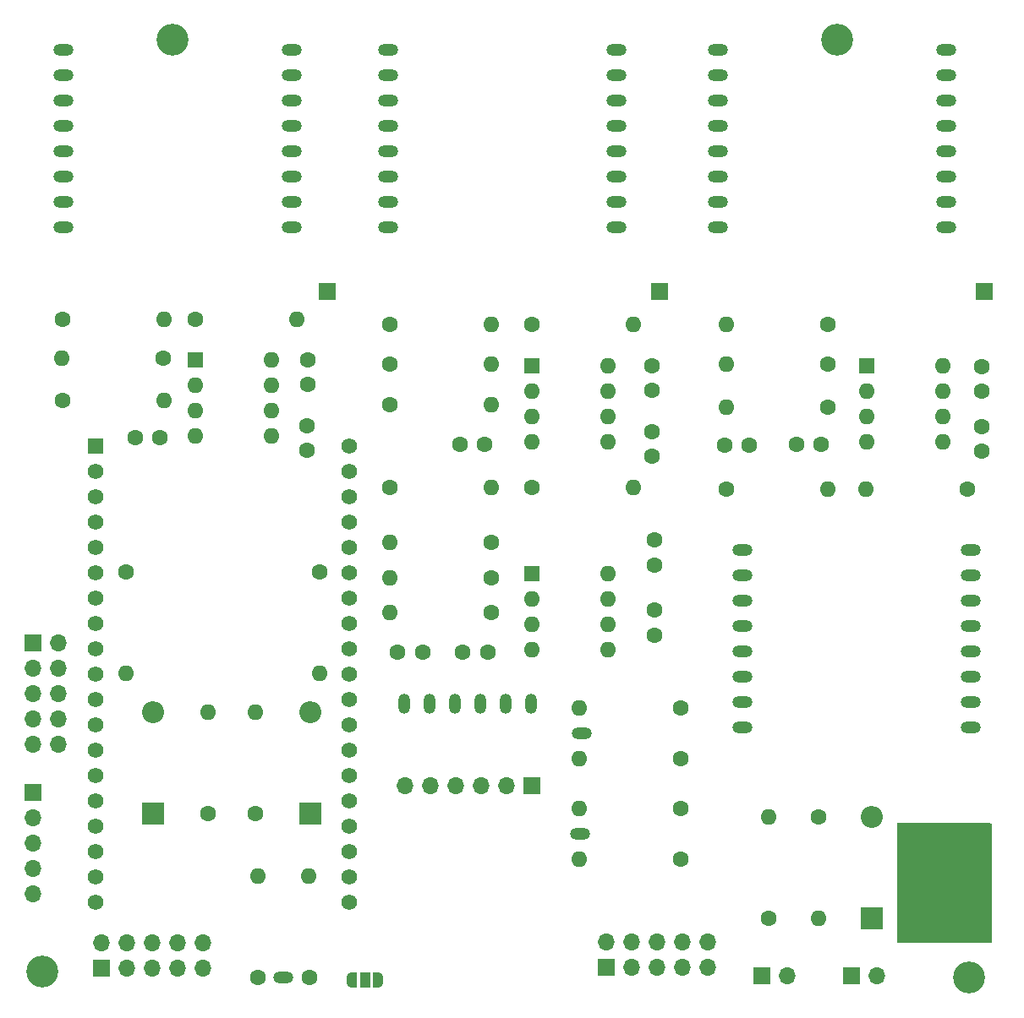
<source format=gbr>
%TF.GenerationSoftware,KiCad,Pcbnew,(6.0.10)*%
%TF.CreationDate,2023-03-06T16:50:03+01:00*%
%TF.ProjectId,Adapterboard,41646170-7465-4726-926f-6172642e6b69,2.3*%
%TF.SameCoordinates,Original*%
%TF.FileFunction,Soldermask,Top*%
%TF.FilePolarity,Negative*%
%FSLAX46Y46*%
G04 Gerber Fmt 4.6, Leading zero omitted, Abs format (unit mm)*
G04 Created by KiCad (PCBNEW (6.0.10)) date 2023-03-06 16:50:03*
%MOMM*%
%LPD*%
G01*
G04 APERTURE LIST*
G04 Aperture macros list*
%AMFreePoly0*
4,1,22,0.550000,-0.750000,0.000000,-0.750000,0.000000,-0.745033,-0.079941,-0.743568,-0.215256,-0.701293,-0.333266,-0.622738,-0.424486,-0.514219,-0.481581,-0.384460,-0.499164,-0.250000,-0.500000,-0.250000,-0.500000,0.250000,-0.499164,0.250000,-0.499963,0.256109,-0.478152,0.396186,-0.417904,0.524511,-0.324060,0.630769,-0.204165,0.706417,-0.067858,0.745374,0.000000,0.744959,0.000000,0.750000,
0.550000,0.750000,0.550000,-0.750000,0.550000,-0.750000,$1*%
%AMFreePoly1*
4,1,20,0.000000,0.744959,0.073905,0.744508,0.209726,0.703889,0.328688,0.626782,0.421226,0.519385,0.479903,0.390333,0.500000,0.250000,0.500000,-0.250000,0.499851,-0.262216,0.476331,-0.402017,0.414519,-0.529596,0.319384,-0.634700,0.198574,-0.708877,0.061801,-0.746166,0.000000,-0.745033,0.000000,-0.750000,-0.550000,-0.750000,-0.550000,0.750000,0.000000,0.750000,0.000000,0.744959,
0.000000,0.744959,$1*%
G04 Aperture macros list end*
%ADD10C,1.600000*%
%ADD11O,1.600000X1.600000*%
%ADD12R,1.600000X1.600000*%
%ADD13O,1.200000X2.000000*%
%ADD14O,2.000000X1.200000*%
%ADD15R,1.700000X1.700000*%
%ADD16O,1.700000X1.700000*%
%ADD17R,2.200000X2.200000*%
%ADD18O,2.200000X2.200000*%
%ADD19FreePoly0,180.000000*%
%ADD20R,1.000000X1.500000*%
%ADD21FreePoly1,180.000000*%
%ADD22C,3.200000*%
%ADD23R,1.560000X1.560000*%
%ADD24C,1.560000*%
G04 APERTURE END LIST*
D10*
%TO.C,R105*%
X35440000Y-69100000D03*
D11*
X45600000Y-69100000D03*
%TD*%
D12*
%TO.C,U105*%
X82500000Y-65700000D03*
D11*
X82500000Y-68240000D03*
X82500000Y-70780000D03*
X82500000Y-73320000D03*
X90120000Y-73320000D03*
X90120000Y-70780000D03*
X90120000Y-68240000D03*
X90120000Y-65700000D03*
%TD*%
D13*
%TO.C,U108*%
X82350000Y-99500000D03*
X79810000Y-99500000D03*
X77270000Y-99500000D03*
X74730000Y-99500000D03*
X72190000Y-99500000D03*
X69650000Y-99500000D03*
%TD*%
D10*
%TO.C,C107*%
X94500000Y-65650000D03*
X94500000Y-68150000D03*
%TD*%
D14*
%TO.C,U102*%
X123930000Y-51790000D03*
X123930000Y-49250000D03*
X123930000Y-46710000D03*
X123930000Y-44170000D03*
X123930000Y-41630000D03*
X123930000Y-39090000D03*
X123930000Y-36550000D03*
X123930000Y-34010000D03*
X101070000Y-34010000D03*
X101070000Y-36550000D03*
X101070000Y-39090000D03*
X101070000Y-41630000D03*
X101070000Y-44170000D03*
X101070000Y-46710000D03*
X101070000Y-49250000D03*
X101070000Y-51790000D03*
%TD*%
D15*
%TO.C,J107*%
X39380000Y-126000000D03*
D16*
X39380000Y-123460000D03*
X41920000Y-126000000D03*
X41920000Y-123460000D03*
X44460000Y-126000000D03*
X44460000Y-123460000D03*
X47000000Y-126000000D03*
X47000000Y-123460000D03*
X49540000Y-126000000D03*
X49540000Y-123460000D03*
%TD*%
D12*
%TO.C,U104*%
X82500000Y-86500000D03*
D11*
X82500000Y-89040000D03*
X82500000Y-91580000D03*
X82500000Y-94120000D03*
X90120000Y-94120000D03*
X90120000Y-91580000D03*
X90120000Y-89040000D03*
X90120000Y-86500000D03*
%TD*%
D10*
%TO.C,R121*%
X97380000Y-100000000D03*
D11*
X87220000Y-100000000D03*
%TD*%
D14*
%TO.C,U10*%
X126430000Y-101890000D03*
X126430000Y-99350000D03*
X126430000Y-96810000D03*
X126430000Y-94270000D03*
X126430000Y-91730000D03*
X126430000Y-89190000D03*
X126430000Y-86650000D03*
X126430000Y-84110000D03*
X103570000Y-84110000D03*
X103570000Y-86650000D03*
X103570000Y-89190000D03*
X103570000Y-91730000D03*
X103570000Y-94270000D03*
X103570000Y-96810000D03*
X103570000Y-99350000D03*
X103570000Y-101890000D03*
%TD*%
D10*
%TO.C,R127*%
X106150000Y-121000000D03*
D11*
X106150000Y-110840000D03*
%TD*%
D10*
%TO.C,R115*%
X101920000Y-78000000D03*
D11*
X112080000Y-78000000D03*
%TD*%
D17*
%TO.C,D101*%
X44500000Y-110580000D03*
D18*
X44500000Y-100420000D03*
%TD*%
D14*
%TO.C,U101*%
X58430000Y-51790000D03*
X58430000Y-49250000D03*
X58430000Y-46710000D03*
X58430000Y-44170000D03*
X58430000Y-41630000D03*
X58430000Y-39090000D03*
X58430000Y-36550000D03*
X58430000Y-34010000D03*
X35570000Y-34010000D03*
X35570000Y-36550000D03*
X35570000Y-39090000D03*
X35570000Y-41630000D03*
X35570000Y-44170000D03*
X35570000Y-46710000D03*
X35570000Y-49250000D03*
X35570000Y-51790000D03*
%TD*%
D10*
%TO.C,C102*%
X59980000Y-71650000D03*
X59980000Y-74150000D03*
%TD*%
%TO.C,R112*%
X68200000Y-69550000D03*
D11*
X78360000Y-69550000D03*
%TD*%
D10*
%TO.C,R117*%
X50000000Y-110580000D03*
D11*
X50000000Y-100420000D03*
%TD*%
D10*
%TO.C,R124*%
X55000000Y-127000000D03*
D11*
X55000000Y-116840000D03*
%TD*%
D10*
%TO.C,R120*%
X78360000Y-90400000D03*
D11*
X68200000Y-90400000D03*
%TD*%
D19*
%TO.C,JP101*%
X67050000Y-127250000D03*
D20*
X65750000Y-127250000D03*
D21*
X64450000Y-127250000D03*
%TD*%
D10*
%TO.C,R122*%
X111150000Y-110840000D03*
D11*
X111150000Y-121000000D03*
%TD*%
D12*
%TO.C,U103*%
X48800000Y-65100000D03*
D11*
X48800000Y-67640000D03*
X48800000Y-70180000D03*
X48800000Y-72720000D03*
X56420000Y-72720000D03*
X56420000Y-70180000D03*
X56420000Y-67640000D03*
X56420000Y-65100000D03*
%TD*%
D15*
%TO.C,J103*%
X32500000Y-108425000D03*
D16*
X32500000Y-110965000D03*
X32500000Y-113505000D03*
X32500000Y-116045000D03*
X32500000Y-118585000D03*
%TD*%
D14*
%TO.C,J4*%
X57540000Y-127000000D03*
%TD*%
D10*
%TO.C,R113*%
X112080000Y-65500000D03*
D11*
X101920000Y-65500000D03*
%TD*%
D10*
%TO.C,R109*%
X68200000Y-65500000D03*
D11*
X78360000Y-65500000D03*
%TD*%
D10*
%TO.C,R107*%
X78360000Y-83400000D03*
D11*
X68200000Y-83400000D03*
%TD*%
D22*
%TO.C,H100*%
X46500000Y-33000000D03*
%TD*%
%TO.C,H102*%
X33450000Y-126350000D03*
%TD*%
D14*
%TO.C,J2*%
X87250000Y-112540000D03*
%TD*%
D10*
%TO.C,R108*%
X68200000Y-77900000D03*
D11*
X78360000Y-77900000D03*
%TD*%
D17*
%TO.C,D102*%
X116500000Y-121080000D03*
D18*
X116500000Y-110920000D03*
%TD*%
D10*
%TO.C,C104*%
X111460000Y-73500000D03*
X108960000Y-73500000D03*
%TD*%
D14*
%TO.C,U100*%
X90930000Y-51790000D03*
X90930000Y-49250000D03*
X90930000Y-46710000D03*
X90930000Y-44170000D03*
X90930000Y-41630000D03*
X90930000Y-39090000D03*
X90930000Y-36550000D03*
X90930000Y-34010000D03*
X68070000Y-34010000D03*
X68070000Y-36550000D03*
X68070000Y-39090000D03*
X68070000Y-41630000D03*
X68070000Y-44170000D03*
X68070000Y-46710000D03*
X68070000Y-49250000D03*
X68070000Y-51790000D03*
%TD*%
D15*
%TO.C,U109*%
X82452000Y-107722500D03*
D16*
X79912000Y-107722500D03*
X77372000Y-107722500D03*
X74832000Y-107722500D03*
X72292000Y-107722500D03*
X69752000Y-107722500D03*
%TD*%
D10*
%TO.C,C100*%
X60050000Y-65050000D03*
X60050000Y-67550000D03*
%TD*%
%TO.C,C113*%
X94780000Y-92650000D03*
X94780000Y-90150000D03*
%TD*%
%TO.C,C101*%
X45230000Y-72900000D03*
X42730000Y-72900000D03*
%TD*%
%TO.C,R126*%
X97380000Y-115080000D03*
D11*
X87220000Y-115080000D03*
%TD*%
D15*
%TO.C,J110*%
X114495000Y-126830000D03*
D16*
X117035000Y-126830000D03*
%TD*%
D10*
%TO.C,R101*%
X48750000Y-61000000D03*
D11*
X58910000Y-61000000D03*
%TD*%
D10*
%TO.C,R111*%
X82450000Y-77900000D03*
D11*
X92610000Y-77900000D03*
%TD*%
D10*
%TO.C,C111*%
X78030000Y-94400000D03*
X75530000Y-94400000D03*
%TD*%
%TO.C,R103*%
X68200000Y-61500000D03*
D11*
X78360000Y-61500000D03*
%TD*%
D17*
%TO.C,D100*%
X60250000Y-110580000D03*
D18*
X60250000Y-100420000D03*
%TD*%
D22*
%TO.C,H101*%
X113000000Y-33000000D03*
%TD*%
D10*
%TO.C,R128*%
X61250000Y-86320000D03*
D11*
X61250000Y-96480000D03*
%TD*%
D10*
%TO.C,R119*%
X97380000Y-105080000D03*
D11*
X87220000Y-105080000D03*
%TD*%
D10*
%TO.C,R102*%
X82450000Y-61500000D03*
D11*
X92610000Y-61500000D03*
%TD*%
D10*
%TO.C,R118*%
X54750000Y-110580000D03*
D11*
X54750000Y-100420000D03*
%TD*%
D10*
%TO.C,C110*%
X127500000Y-71750000D03*
X127500000Y-74250000D03*
%TD*%
%TO.C,R129*%
X41800000Y-86320000D03*
D11*
X41800000Y-96480000D03*
%TD*%
D15*
%TO.C,J102*%
X127750000Y-58250000D03*
%TD*%
D10*
%TO.C,C109*%
X127500000Y-65750000D03*
X127500000Y-68250000D03*
%TD*%
%TO.C,R110*%
X78360000Y-86900000D03*
D11*
X68200000Y-86900000D03*
%TD*%
D10*
%TO.C,C106*%
X94780000Y-85650000D03*
X94780000Y-83150000D03*
%TD*%
%TO.C,C105*%
X104250000Y-73600000D03*
X101750000Y-73600000D03*
%TD*%
%TO.C,R114*%
X112080000Y-69850000D03*
D11*
X101920000Y-69850000D03*
%TD*%
D10*
%TO.C,R123*%
X60160000Y-127000000D03*
D11*
X60080000Y-116840000D03*
%TD*%
D10*
%TO.C,R106*%
X45560000Y-64900000D03*
D11*
X35400000Y-64900000D03*
%TD*%
D12*
%TO.C,U106*%
X115970000Y-65700000D03*
D11*
X115970000Y-68240000D03*
X115970000Y-70780000D03*
X115970000Y-73320000D03*
X123590000Y-73320000D03*
X123590000Y-70780000D03*
X123590000Y-68240000D03*
X123590000Y-65700000D03*
%TD*%
D10*
%TO.C,R125*%
X97380000Y-110000000D03*
D11*
X87220000Y-110000000D03*
%TD*%
D15*
%TO.C,J100*%
X95250000Y-58250000D03*
%TD*%
D23*
%TO.C,U107*%
X38800000Y-73740000D03*
D24*
X38800000Y-76280000D03*
X38800000Y-78820000D03*
X38800000Y-81360000D03*
X38800000Y-83900000D03*
X38800000Y-86440000D03*
X38800000Y-88980000D03*
X38800000Y-91520000D03*
X38800000Y-94060000D03*
X38800000Y-96600000D03*
X38800000Y-99140000D03*
X38800000Y-101680000D03*
X38800000Y-104220000D03*
X38800000Y-106760000D03*
X38800000Y-109300000D03*
X38800000Y-111840000D03*
X38800000Y-114380000D03*
X38800000Y-116920000D03*
X38800000Y-119460000D03*
X64200000Y-73740000D03*
X64200000Y-76280000D03*
X64200000Y-78820000D03*
X64200000Y-81360000D03*
X64200000Y-83900000D03*
X64200000Y-86440000D03*
X64200000Y-88980000D03*
X64200000Y-91520000D03*
X64200000Y-94060000D03*
X64200000Y-96600000D03*
X64200000Y-99140000D03*
X64200000Y-101680000D03*
X64200000Y-104220000D03*
X64200000Y-106760000D03*
X64200000Y-109300000D03*
X64200000Y-111840000D03*
X64200000Y-114380000D03*
X64200000Y-116920000D03*
X64200000Y-119460000D03*
%TD*%
D22*
%TO.C,H2*%
X126250000Y-127000000D03*
%TD*%
D10*
%TO.C,C112*%
X71530000Y-94400000D03*
X69030000Y-94400000D03*
%TD*%
D15*
%TO.C,J108*%
X89925000Y-125950000D03*
D16*
X89925000Y-123410000D03*
X92465000Y-125950000D03*
X92465000Y-123410000D03*
X95005000Y-125950000D03*
X95005000Y-123410000D03*
X97545000Y-125950000D03*
X97545000Y-123410000D03*
X100085000Y-125950000D03*
X100085000Y-123410000D03*
%TD*%
D10*
%TO.C,R116*%
X126080000Y-78000000D03*
D11*
X115920000Y-78000000D03*
%TD*%
D10*
%TO.C,C103*%
X77750000Y-73500000D03*
X75250000Y-73500000D03*
%TD*%
D15*
%TO.C,J104*%
X32500000Y-93425000D03*
D16*
X35040000Y-93425000D03*
X32500000Y-95965000D03*
X35040000Y-95965000D03*
X32500000Y-98505000D03*
X35040000Y-98505000D03*
X32500000Y-101045000D03*
X35040000Y-101045000D03*
X32500000Y-103585000D03*
X35040000Y-103585000D03*
%TD*%
D15*
%TO.C,J109*%
X105495000Y-126830000D03*
D16*
X108035000Y-126830000D03*
%TD*%
D10*
%TO.C,R104*%
X112080000Y-61500000D03*
D11*
X101920000Y-61500000D03*
%TD*%
D10*
%TO.C,C108*%
X94500000Y-74750000D03*
X94500000Y-72250000D03*
%TD*%
D14*
%TO.C,J3*%
X87420000Y-102540000D03*
%TD*%
D15*
%TO.C,J101*%
X62000000Y-58250000D03*
%TD*%
D10*
%TO.C,R100*%
X35440000Y-61000000D03*
D11*
X45600000Y-61000000D03*
%TD*%
G36*
X128442121Y-111520002D02*
G01*
X128488614Y-111573658D01*
X128500000Y-111626000D01*
X128500000Y-123374000D01*
X128479998Y-123442121D01*
X128426342Y-123488614D01*
X128374000Y-123500000D01*
X119126000Y-123500000D01*
X119057879Y-123479998D01*
X119011386Y-123426342D01*
X119000000Y-123374000D01*
X119000000Y-111626000D01*
X119020002Y-111557879D01*
X119073658Y-111511386D01*
X119126000Y-111500000D01*
X128374000Y-111500000D01*
X128442121Y-111520002D01*
G37*
M02*

</source>
